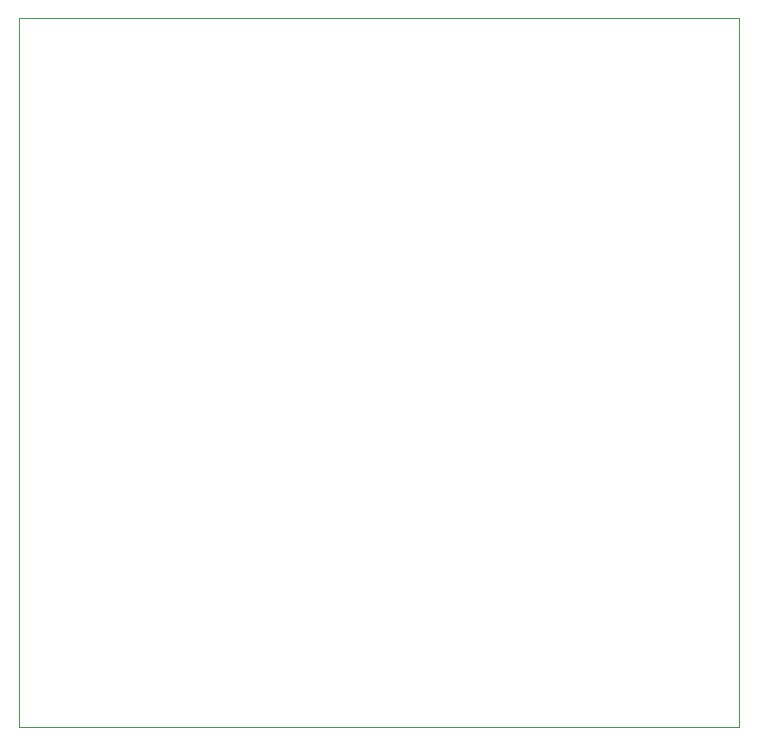
<source format=gm1>
G04 #@! TF.GenerationSoftware,KiCad,Pcbnew,6.0.1-79c1e3a40b~116~ubuntu20.04.1*
G04 #@! TF.CreationDate,2022-01-30T08:46:23-05:00*
G04 #@! TF.ProjectId,opamptest,6f70616d-7074-4657-9374-2e6b69636164,rev?*
G04 #@! TF.SameCoordinates,Original*
G04 #@! TF.FileFunction,Profile,NP*
%FSLAX46Y46*%
G04 Gerber Fmt 4.6, Leading zero omitted, Abs format (unit mm)*
G04 Created by KiCad (PCBNEW 6.0.1-79c1e3a40b~116~ubuntu20.04.1) date 2022-01-30 08:46:23*
%MOMM*%
%LPD*%
G01*
G04 APERTURE LIST*
G04 #@! TA.AperFunction,Profile*
%ADD10C,0.100000*%
G04 #@! TD*
G04 APERTURE END LIST*
D10*
X129000000Y-95000000D02*
X129000000Y-35000000D01*
X129000000Y-35000000D02*
X190000000Y-35000000D01*
X190000000Y-95000000D02*
X129000000Y-95000000D01*
X190000000Y-35000000D02*
X190000000Y-95000000D01*
M02*

</source>
